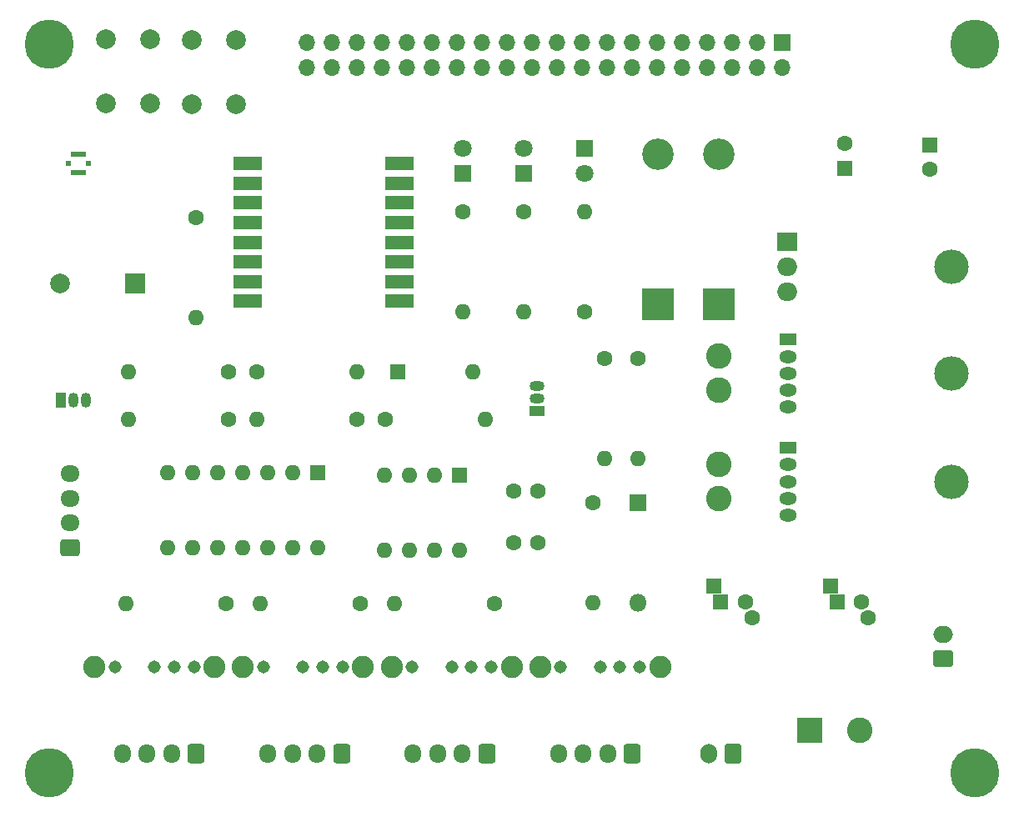
<source format=gbr>
%TF.GenerationSoftware,KiCad,Pcbnew,(6.0.5)*%
%TF.CreationDate,2022-07-01T12:58:53+07:00*%
%TF.ProjectId,MARUKO_RS485_PoC,4d415255-4b4f-45f5-9253-3438355f506f,rev?*%
%TF.SameCoordinates,Original*%
%TF.FileFunction,Soldermask,Top*%
%TF.FilePolarity,Negative*%
%FSLAX46Y46*%
G04 Gerber Fmt 4.6, Leading zero omitted, Abs format (unit mm)*
G04 Created by KiCad (PCBNEW (6.0.5)) date 2022-07-01 12:58:53*
%MOMM*%
%LPD*%
G01*
G04 APERTURE LIST*
G04 Aperture macros list*
%AMRoundRect*
0 Rectangle with rounded corners*
0 $1 Rounding radius*
0 $2 $3 $4 $5 $6 $7 $8 $9 X,Y pos of 4 corners*
0 Add a 4 corners polygon primitive as box body*
4,1,4,$2,$3,$4,$5,$6,$7,$8,$9,$2,$3,0*
0 Add four circle primitives for the rounded corners*
1,1,$1+$1,$2,$3*
1,1,$1+$1,$4,$5*
1,1,$1+$1,$6,$7*
1,1,$1+$1,$8,$9*
0 Add four rect primitives between the rounded corners*
20,1,$1+$1,$2,$3,$4,$5,0*
20,1,$1+$1,$4,$5,$6,$7,0*
20,1,$1+$1,$6,$7,$8,$9,0*
20,1,$1+$1,$8,$9,$2,$3,0*%
G04 Aperture macros list end*
%ADD10O,1.700000X1.700000*%
%ADD11R,1.700000X1.700000*%
%ADD12R,3.200000X3.200000*%
%ADD13O,3.200000X3.200000*%
%ADD14C,1.600000*%
%ADD15O,1.600000X1.600000*%
%ADD16C,2.250000*%
%ADD17C,1.308000*%
%ADD18R,1.500000X1.050000*%
%ADD19O,1.500000X1.050000*%
%ADD20RoundRect,0.250000X0.600000X0.725000X-0.600000X0.725000X-0.600000X-0.725000X0.600000X-0.725000X0*%
%ADD21O,1.700000X1.950000*%
%ADD22R,1.800000X1.800000*%
%ADD23O,1.800000X1.800000*%
%ADD24C,2.600000*%
%ADD25R,2.600000X2.600000*%
%ADD26RoundRect,0.250000X0.750000X-0.600000X0.750000X0.600000X-0.750000X0.600000X-0.750000X-0.600000X0*%
%ADD27O,2.000000X1.700000*%
%ADD28R,3.000000X1.400000*%
%ADD29C,0.800000*%
%ADD30C,5.000000*%
%ADD31R,1.600000X1.600000*%
%ADD32O,3.500000X3.500000*%
%ADD33R,2.000000X1.905000*%
%ADD34O,2.000000X1.905000*%
%ADD35R,2.000000X2.000000*%
%ADD36C,2.000000*%
%ADD37C,1.800000*%
%ADD38R,1.800000X1.275000*%
%ADD39O,1.800000X1.275000*%
%ADD40O,1.050000X1.500000*%
%ADD41R,1.050000X1.500000*%
%ADD42RoundRect,0.250000X0.725000X-0.600000X0.725000X0.600000X-0.725000X0.600000X-0.725000X-0.600000X0*%
%ADD43O,1.950000X1.700000*%
%ADD44RoundRect,0.250000X0.600000X0.750000X-0.600000X0.750000X-0.600000X-0.750000X0.600000X-0.750000X0*%
%ADD45O,1.700000X2.000000*%
%ADD46R,0.600000X0.600000*%
%ADD47R,1.580000X0.580000*%
%ADD48R,0.500000X0.500000*%
G04 APERTURE END LIST*
D10*
%TO.C,J6*%
X120990000Y-65940000D03*
X120990000Y-63400000D03*
X123530000Y-65940000D03*
X123530000Y-63400000D03*
X126070000Y-65940000D03*
X126070000Y-63400000D03*
X128610000Y-65940000D03*
X128610000Y-63400000D03*
X131150000Y-65940000D03*
X131150000Y-63400000D03*
X133690000Y-65940000D03*
X133690000Y-63400000D03*
X136230000Y-65940000D03*
X136230000Y-63400000D03*
X138770000Y-65940000D03*
X138770000Y-63400000D03*
X141310000Y-65940000D03*
X141310000Y-63400000D03*
X143850000Y-65940000D03*
X143850000Y-63400000D03*
X146390000Y-65940000D03*
X146390000Y-63400000D03*
X148930000Y-65940000D03*
X148930000Y-63400000D03*
X151470000Y-65940000D03*
X151470000Y-63400000D03*
X154010000Y-65940000D03*
X154010000Y-63400000D03*
X156550000Y-65940000D03*
X156550000Y-63400000D03*
X159090000Y-65940000D03*
X159090000Y-63400000D03*
X161630000Y-65940000D03*
X161630000Y-63400000D03*
X164170000Y-65940000D03*
X164170000Y-63400000D03*
X166710000Y-65940000D03*
X166710000Y-63400000D03*
X169250000Y-65940000D03*
D11*
X169250000Y-63400000D03*
%TD*%
D12*
%TO.C,D4*%
X156650000Y-90020000D03*
D13*
X156650000Y-74780000D03*
%TD*%
D14*
%TO.C,R13*%
X126090000Y-101700000D03*
D15*
X115930000Y-101700000D03*
%TD*%
D16*
%TO.C,SW2*%
X126743333Y-126850000D03*
X114543333Y-126850000D03*
D17*
X124643333Y-126850000D03*
X122643333Y-126850000D03*
X120643333Y-126850000D03*
X116643333Y-126850000D03*
%TD*%
D18*
%TO.C,Q2*%
X144410000Y-100870000D03*
D19*
X144410000Y-99600000D03*
X144410000Y-98330000D03*
%TD*%
D14*
%TO.C,R6*%
X143050000Y-80605000D03*
D15*
X143050000Y-90765000D03*
%TD*%
D16*
%TO.C,SW3*%
X141826666Y-126850000D03*
X129626666Y-126850000D03*
D17*
X139726666Y-126850000D03*
X137726666Y-126850000D03*
X135726666Y-126850000D03*
X131726666Y-126850000D03*
%TD*%
D20*
%TO.C,J2*%
X124560000Y-135625000D03*
D21*
X122060000Y-135625000D03*
X119560000Y-135625000D03*
X117060000Y-135625000D03*
%TD*%
D22*
%TO.C,D3*%
X154650000Y-110120000D03*
D23*
X154650000Y-120280000D03*
%TD*%
D24*
%TO.C,L1*%
X162850000Y-106250000D03*
X162850000Y-109750000D03*
%TD*%
D25*
%TO.C,J5*%
X172055000Y-133305000D03*
D24*
X177135000Y-133305000D03*
%TD*%
D26*
%TO.C,J8*%
X185650000Y-126000000D03*
D27*
X185650000Y-123500000D03*
%TD*%
D28*
%TO.C,U26*%
X130450000Y-89700000D03*
X130450000Y-87700000D03*
X130450000Y-85700000D03*
X130450000Y-83700000D03*
X130450000Y-81700000D03*
X130450000Y-79700000D03*
X130450000Y-77700000D03*
X130450000Y-75700000D03*
X115050000Y-75700000D03*
X115050000Y-77700000D03*
X115050000Y-79700000D03*
X115050000Y-81700000D03*
X115050000Y-83700000D03*
X115050000Y-85700000D03*
X115050000Y-87700000D03*
X115050000Y-89700000D03*
%TD*%
D29*
%TO.C,H3*%
X187524175Y-138925825D03*
X186975000Y-137600000D03*
X190175825Y-138925825D03*
X188850000Y-135725000D03*
D30*
X188850000Y-137600000D03*
D29*
X188850000Y-139475000D03*
X190175825Y-136274175D03*
X187524175Y-136274175D03*
X190725000Y-137600000D03*
%TD*%
D14*
%TO.C,C4*%
X184250000Y-76294888D03*
D31*
X184250000Y-73794888D03*
%TD*%
D32*
%TO.C,Q1*%
X186480000Y-86200000D03*
D33*
X169820000Y-83660000D03*
D34*
X169820000Y-86200000D03*
X169820000Y-88740000D03*
%TD*%
D14*
%TO.C,R2*%
X112800000Y-120400000D03*
D15*
X102640000Y-120400000D03*
%TD*%
D24*
%TO.C,L2*%
X162850000Y-98750000D03*
X162850000Y-95250000D03*
%TD*%
D14*
%TO.C,C6*%
X142000000Y-114200000D03*
X144500000Y-114200000D03*
%TD*%
D35*
%TO.C,BZ1*%
X103550000Y-87900000D03*
D36*
X95950000Y-87900000D03*
%TD*%
D20*
%TO.C,J3*%
X139310000Y-135625000D03*
D21*
X136810000Y-135625000D03*
X134310000Y-135625000D03*
X131810000Y-135625000D03*
%TD*%
D22*
%TO.C,D2*%
X149250000Y-74135000D03*
D37*
X149250000Y-76675000D03*
%TD*%
D14*
%TO.C,R5*%
X136850000Y-80605000D03*
D15*
X136850000Y-90765000D03*
%TD*%
D14*
%TO.C,R3*%
X154650000Y-95520000D03*
D15*
X154650000Y-105680000D03*
%TD*%
D22*
%TO.C,D7*%
X143050000Y-76685000D03*
D37*
X143050000Y-74145000D03*
%TD*%
D31*
%TO.C,C1*%
X174850000Y-120200000D03*
X174179063Y-118600000D03*
D14*
X178020937Y-121800000D03*
X177350000Y-120200000D03*
%TD*%
D12*
%TO.C,D5*%
X162850000Y-90020000D03*
D13*
X162850000Y-74780000D03*
%TD*%
D32*
%TO.C,U2*%
X186510000Y-108000000D03*
D38*
X169850000Y-104600000D03*
D39*
X169850000Y-106300000D03*
X169850000Y-108000000D03*
X169850000Y-109700000D03*
X169850000Y-111400000D03*
%TD*%
D14*
%TO.C,R14*%
X113050000Y-96900000D03*
D15*
X102890000Y-96900000D03*
%TD*%
D14*
%TO.C,R1*%
X151250000Y-95520000D03*
D15*
X151250000Y-105680000D03*
%TD*%
D40*
%TO.C,Q3*%
X98570000Y-99710000D03*
X97300000Y-99710000D03*
D41*
X96030000Y-99710000D03*
%TD*%
D39*
%TO.C,U3*%
X169850000Y-100400000D03*
X169850000Y-98700000D03*
X169850000Y-97000000D03*
X169850000Y-95300000D03*
D38*
X169850000Y-93600000D03*
D32*
X186510000Y-97000000D03*
%TD*%
D14*
%TO.C,R4*%
X149250000Y-90765000D03*
D15*
X149250000Y-80605000D03*
%TD*%
D22*
%TO.C,D6*%
X136850000Y-76685000D03*
D37*
X136850000Y-74145000D03*
%TD*%
D14*
%TO.C,R7*%
X128970000Y-101700000D03*
D15*
X139130000Y-101700000D03*
%TD*%
D14*
%TO.C,R8*%
X150050000Y-110120000D03*
D15*
X150050000Y-120280000D03*
%TD*%
D14*
%TO.C,R11*%
X115930000Y-96900000D03*
D15*
X126090000Y-96900000D03*
%TD*%
D14*
%TO.C,R10*%
X140100000Y-120400000D03*
D15*
X129940000Y-120400000D03*
%TD*%
D31*
%TO.C,D8*%
X130240000Y-96900000D03*
D15*
X137860000Y-96900000D03*
%TD*%
D14*
%TO.C,C5*%
X142000000Y-109000000D03*
X144500000Y-109000000D03*
%TD*%
D16*
%TO.C,SW4*%
X156910000Y-126850000D03*
X144710000Y-126850000D03*
D17*
X154810000Y-126850000D03*
X152810000Y-126850000D03*
X150810000Y-126850000D03*
X146810000Y-126850000D03*
%TD*%
D29*
%TO.C,H4*%
X93524175Y-136274175D03*
D30*
X94850000Y-137600000D03*
D29*
X94850000Y-139475000D03*
X92975000Y-137600000D03*
X96175825Y-136274175D03*
X93524175Y-138925825D03*
X94850000Y-135725000D03*
X96175825Y-138925825D03*
X96725000Y-137600000D03*
%TD*%
D42*
%TO.C,J11*%
X96950000Y-114700000D03*
D43*
X96950000Y-112200000D03*
X96950000Y-109700000D03*
X96950000Y-107200000D03*
%TD*%
D31*
%TO.C,U5*%
X136500000Y-107350000D03*
D15*
X133960000Y-107350000D03*
X131420000Y-107350000D03*
X128880000Y-107350000D03*
X128880000Y-114970000D03*
X131420000Y-114970000D03*
X133960000Y-114970000D03*
X136500000Y-114970000D03*
%TD*%
D36*
%TO.C,SW5*%
X100600000Y-63100000D03*
X100600000Y-69600000D03*
X105100000Y-69600000D03*
X105100000Y-63100000D03*
%TD*%
D14*
%TO.C,R25*%
X109750000Y-81220000D03*
D15*
X109750000Y-91380000D03*
%TD*%
D44*
%TO.C,J9*%
X164310000Y-135600000D03*
D45*
X161810000Y-135600000D03*
%TD*%
D31*
%TO.C,C3*%
X175650000Y-76205113D03*
D14*
X175650000Y-73705113D03*
%TD*%
%TO.C,R12*%
X113050000Y-101700000D03*
D15*
X102890000Y-101700000D03*
%TD*%
D31*
%TO.C,C2*%
X163050000Y-120200000D03*
X162379063Y-118600000D03*
D14*
X166220937Y-121800000D03*
X165550000Y-120200000D03*
%TD*%
D16*
%TO.C,SW1*%
X111660000Y-126850000D03*
X99460000Y-126850000D03*
D17*
X109560000Y-126850000D03*
X107560000Y-126850000D03*
X105560000Y-126850000D03*
X101560000Y-126850000D03*
%TD*%
D29*
%TO.C,H1*%
X94850000Y-65475000D03*
X96175825Y-62274175D03*
X93524175Y-64925825D03*
X94850000Y-61725000D03*
X92975000Y-63600000D03*
X93524175Y-62274175D03*
X96725000Y-63600000D03*
D30*
X94850000Y-63600000D03*
D29*
X96175825Y-64925825D03*
%TD*%
D30*
%TO.C,H2*%
X188850000Y-63600000D03*
D29*
X186975000Y-63600000D03*
X190725000Y-63600000D03*
X187524175Y-64925825D03*
X190175825Y-64925825D03*
X190175825Y-62274175D03*
X188850000Y-65475000D03*
X187524175Y-62274175D03*
X188850000Y-61725000D03*
%TD*%
D20*
%TO.C,J4*%
X154060000Y-135625000D03*
D21*
X151560000Y-135625000D03*
X149060000Y-135625000D03*
X146560000Y-135625000D03*
%TD*%
D36*
%TO.C,SW6*%
X109350000Y-63150000D03*
X109350000Y-69650000D03*
X113850000Y-63150000D03*
X113850000Y-69650000D03*
%TD*%
D14*
%TO.C,R9*%
X126450000Y-120400000D03*
D15*
X116290000Y-120400000D03*
%TD*%
D46*
%TO.C,J7*%
X98850000Y-75700000D03*
D47*
X97850000Y-76660000D03*
D48*
X96850000Y-75700000D03*
D47*
X97850000Y-74740000D03*
%TD*%
D31*
%TO.C,U4*%
X122125000Y-107150000D03*
D15*
X119585000Y-107150000D03*
X117045000Y-107150000D03*
X114505000Y-107150000D03*
X111965000Y-107150000D03*
X109425000Y-107150000D03*
X106885000Y-107150000D03*
X106885000Y-114770000D03*
X109425000Y-114770000D03*
X111965000Y-114770000D03*
X114505000Y-114770000D03*
X117045000Y-114770000D03*
X119585000Y-114770000D03*
X122125000Y-114770000D03*
%TD*%
D20*
%TO.C,J1*%
X109810000Y-135625000D03*
D21*
X107310000Y-135625000D03*
X104810000Y-135625000D03*
X102310000Y-135625000D03*
%TD*%
M02*

</source>
